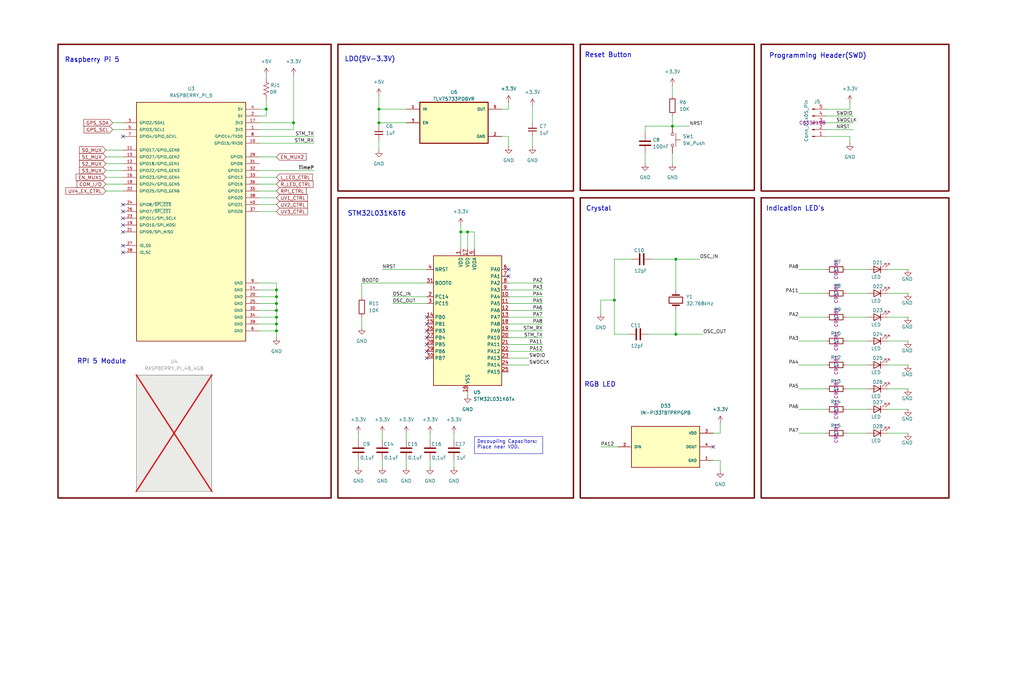
<source format=kicad_sch>
(kicad_sch (version 20250114) (generator "eeschema") (generator_version "9.0")
  (paper "User" 381 254)
  (lib_symbols
    (symbol "Connector:Conn_01x05_Pin" (pin_names (offset 1.016) (hide yes))
      (property "Reference" "J" (at 0 7.62 0))
      (property "Value" "Conn_01x05_Pin" (at 0 -7.62 0))
      (symbol "Conn_01x05_Pin_1_1"
        (pin passive line (at 5.08 5.08 180) (length 3.81) (name "Pin_1") (number "1"))
        (pin passive line (at 5.08 2.54 180) (length 3.81) (name "Pin_2") (number "2"))
        (pin passive line (at 5.08 0 180) (length 3.81) (name "Pin_3") (number "3"))
        (pin passive line (at 5.08 -2.54 180) (length 3.81) (name "Pin_4") (number "4"))
        (pin passive line (at 5.08 -5.08 180) (length 3.81) (name "Pin_5") (number "5"))
      )
    )
    (symbol "Device:C" (pin_numbers (hide yes)) (pin_names (offset 0.254))
      (property "Reference" "C" (at 0.635 2.54 0))
      (property "Value" "C" (at 0.635 -2.54 0))
      (symbol "C_1_1"
        (pin passive line (at 0 3.81 270) (length 2.794) (name "~") (number "1"))
        (pin passive line (at 0 -3.81 90) (length 2.794) (name "~") (number "2"))
      )
    )
    (symbol "Device:C_Small" (pin_numbers (hide yes)) (pin_names (offset 0.254) (hide yes))
      (property "Reference" "C" (at 0.254 1.778 0))
      (property "Value" "C_Small" (at 0.254 -2.032 0))
      (symbol "C_Small_1_1"
        (pin passive line (at 0 2.54 270) (length 2.032) (name "~") (number "1"))
        (pin passive line (at 0 -2.54 90) (length 2.032) (name "~") (number "2"))
      )
    )
    (symbol "Device:Crystal" (pin_numbers (hide yes)) (pin_names (offset 1.016) (hide yes))
      (property "Reference" "Y" (at 0 3.81 0))
      (property "Value" "Crystal" (at 0 -3.81 0))
      (symbol "Crystal_1_1"
        (pin passive line (at -3.81 0 0) (length 1.27) (name "1") (number "1"))
        (pin passive line (at 3.81 0 180) (length 1.27) (name "2") (number "2"))
      )
    )
    (symbol "Device:LED" (pin_numbers (hide yes)) (pin_names (offset 1.016) (hide yes))
      (property "Reference" "D" (at 0 2.54 0))
      (property "Value" "LED" (at 0 -2.54 0))
      (symbol "LED_1_1"
        (pin passive line (at -3.81 0 0) (length 2.54) (name "K") (number "1"))
        (pin passive line (at 3.81 0 180) (length 2.54) (name "A") (number "2"))
      )
    )
    (symbol "Device:R" (pin_numbers (hide yes)) (pin_names (offset 0))
      (property "Reference" "R" (at 2.032 0 90))
      (property "Value" "R" (at 0 0 90))
      (symbol "R_1_1"
        (pin passive line (at 0 3.81 270) (length 1.27) (name "~") (number "1"))
        (pin passive line (at 0 -3.81 90) (length 1.27) (name "~") (number "2"))
      )
    )
    (symbol "Device:R_US" (pin_numbers (hide yes)) (pin_names (offset 0))
      (property "Reference" "R" (at 2.54 0 90))
      (property "Value" "R_US" (at -2.54 0 90))
      (symbol "R_US_1_1"
        (pin passive line (at 0 3.81 270) (length 1.27) (name "~") (number "1"))
        (pin passive line (at 0 -3.81 90) (length 1.27) (name "~") (number "2"))
      )
    )
    (symbol "IN-PI33TBTPRPGPB:IN-PI33TBTPRPGPB" (pin_names (offset 1.016))
      (property "Reference" "D" (at -12.7 7.62 0))
      (property "Value" "IN-PI33TBTPRPGPB" (at -12.7 -10.16 0))
      (symbol "IN-PI33TBTPRPGPB_0_0"
        (pin input line (at -17.78 0 0) (length 5.08) (name "DIN") (number "2"))
        (pin power_in line (at 17.78 5.08 180) (length 5.08) (name "VDD") (number "3"))
        (pin output line (at 17.78 0 180) (length 5.08) (name "DOUT") (number "4"))
        (pin power_in line (at 17.78 -5.08 180) (length 5.08) (name "GND") (number "1"))
      )
    )
    (symbol "MCU_ST_STM32L0:STM32L031K6Tx"
      (property "Reference" "U" (at -12.7 26.67 0))
      (property "Value" "STM32L031K6Tx" (at 5.08 26.67 0))
      (symbol "STM32L031K6Tx_1_1"
        (pin input line (at -15.24 20.32 0) (length 2.54) (name "NRST") (number "4"))
        (pin input line (at -15.24 15.24 0) (length 2.54) (name "BOOT0") (number "31"))
        (pin bidirectional line (at -15.24 10.16 0) (length 2.54) (name "PC14") (number "2"))
        (pin bidirectional line (at -15.24 7.62 0) (length 2.54) (name "PC15") (number "3"))
        (pin bidirectional line (at -15.24 2.54 0) (length 2.54) (name "PB0") (number "14"))
        (pin bidirectional line (at -15.24 0 0) (length 2.54) (name "PB1") (number "15"))
        (pin bidirectional line (at -15.24 -2.54 0) (length 2.54) (name "PB3") (number "26"))
        (pin bidirectional line (at -15.24 -5.08 0) (length 2.54) (name "PB4") (number "27"))
        (pin bidirectional line (at -15.24 -7.62 0) (length 2.54) (name "PB5") (number "28"))
        (pin bidirectional line (at -15.24 -10.16 0) (length 2.54) (name "PB6") (number "29"))
        (pin bidirectional line (at -15.24 -12.7 0) (length 2.54) (name "PB7") (number "30"))
        (pin power_in line (at -2.54 27.94 270) (length 2.54) (name "VDD") (number "1"))
        (pin power_in line (at 0 27.94 270) (length 2.54) (name "VDD") (number "17"))
        (pin power_in line (at 0 -25.4 90) (length 2.54) (name "VSS") (number "16"))
        (pin passive line (at 0 -25.4 90) (length 2.54) (hide yes) (name "VSS") (number "32"))
        (pin power_in line (at 2.54 27.94 270) (length 2.54) (name "VDDA") (number "5"))
        (pin bidirectional line (at 15.24 20.32 180) (length 2.54) (name "PA0") (number "6"))
        (pin bidirectional line (at 15.24 17.78 180) (length 2.54) (name "PA1") (number "7"))
        (pin bidirectional line (at 15.24 15.24 180) (length 2.54) (name "PA2") (number "8"))
        (pin bidirectional line (at 15.24 12.7 180) (length 2.54) (name "PA3") (number "9"))
        (pin bidirectional line (at 15.24 10.16 180) (length 2.54) (name "PA4") (number "10"))
        (pin bidirectional line (at 15.24 7.62 180) (length 2.54) (name "PA5") (number "11"))
        (pin bidirectional line (at 15.24 5.08 180) (length 2.54) (name "PA6") (number "12"))
        (pin bidirectional line (at 15.24 2.54 180) (length 2.54) (name "PA7") (number "13"))
        (pin bidirectional line (at 15.24 0 180) (length 2.54) (name "PA8") (number "18"))
        (pin bidirectional line (at 15.24 -2.54 180) (length 2.54) (name "PA9") (number "19"))
        (pin bidirectional line (at 15.24 -5.08 180) (length 2.54) (name "PA10") (number "20"))
        (pin bidirectional line (at 15.24 -7.62 180) (length 2.54) (name "PA11") (number "21"))
        (pin bidirectional line (at 15.24 -10.16 180) (length 2.54) (name "PA12") (number "22"))
        (pin bidirectional line (at 15.24 -12.7 180) (length 2.54) (name "PA13") (number "23"))
        (pin bidirectional line (at 15.24 -15.24 180) (length 2.54) (name "PA14") (number "24"))
        (pin bidirectional line (at 15.24 -17.78 180) (length 2.54) (name "PA15") (number "25"))
      )
    )
    (symbol "RASPBERRY_PI_4B_4GB:RASPBERRY_PI_4B_4GB" (pin_names (offset 1.016))
      (property "Reference" "U1" (at 0 38.1 0))
      (property "Value" "RASPBERRY_PI_5" (at 0 35.56 0))
      (symbol "RASPBERRY_PI_4B_4GB_0_0"
        (pin bidirectional line (at -25.4 25.4 0) (length 5.08) (name "GPIO2/SDA1") (number "3"))
        (pin bidirectional line (at -25.4 22.86 0) (length 5.08) (name "GPIO3/SCL1") (number "5"))
        (pin bidirectional line (at -25.4 20.32 0) (length 5.08) (name "GPIO4/GPIO_GCKL") (number "7"))
        (pin bidirectional line (at -25.4 15.24 0) (length 5.08) (name "GPIO17/GPIO_GEN0") (number "11"))
        (pin bidirectional line (at -25.4 12.7 0) (length 5.08) (name "GPIO27/GPIO_GEN2") (number "13"))
        (pin bidirectional line (at -25.4 10.16 0) (length 5.08) (name "GPIO18/GPIO_GEN1") (number "12"))
        (pin bidirectional line (at -25.4 7.62 0) (length 5.08) (name "GPIO22/GPIO_GEN3") (number "15"))
        (pin bidirectional line (at -25.4 5.08 0) (length 5.08) (name "GPIO23/GPIO_GEN4") (number "16"))
        (pin bidirectional line (at -25.4 2.54 0) (length 5.08) (name "GPIO24/GPIO_GEN5") (number "18"))
        (pin bidirectional line (at -25.4 0 0) (length 5.08) (name "GPIO25/GPIO_GEN6") (number "22"))
        (pin bidirectional line (at -25.4 -5.08 0) (length 5.08) (name "GPIO8/~{SPI_CE0}") (number "24"))
        (pin bidirectional line (at -25.4 -7.62 0) (length 5.08) (name "GPIO7/~{SPI_CE1}") (number "26"))
        (pin bidirectional line (at -25.4 -10.16 0) (length 5.08) (name "GPIO11/SPI_SCLK") (number "23"))
        (pin bidirectional line (at -25.4 -12.7 0) (length 5.08) (name "GPIO10/SPI_MOSI") (number "19"))
        (pin bidirectional line (at -25.4 -15.24 0) (length 5.08) (name "GPIO9/SPI_MISO") (number "21"))
        (pin bidirectional line (at -25.4 -20.32 0) (length 5.08) (name "ID_SD") (number "27"))
        (pin bidirectional line (at -25.4 -22.86 0) (length 5.08) (name "ID_SC") (number "28"))
        (pin power_in line (at 25.4 30.48 180) (length 5.08) (name "5V") (number "4"))
        (pin power_in line (at 25.4 27.94 180) (length 5.08) (name "5V") (number "2"))
        (pin power_in line (at 25.4 25.4 180) (length 5.08) (name "3V3") (number "17"))
        (pin power_in line (at 25.4 22.86 180) (length 5.08) (name "3V3") (number "1"))
        (pin bidirectional line (at 25.4 20.32 180) (length 5.08) (name "GPIO14/TXD0") (number "8"))
        (pin bidirectional line (at 25.4 17.78 180) (length 5.08) (name "GPIO15/RXD0") (number "10"))
        (pin bidirectional line (at 25.4 12.7 180) (length 5.08) (name "GPIO5") (number "29"))
        (pin bidirectional line (at 25.4 10.16 180) (length 5.08) (name "GPIO6") (number "31"))
        (pin bidirectional line (at 25.4 7.62 180) (length 5.08) (name "GPIO12") (number "32"))
        (pin bidirectional line (at 25.4 5.08 180) (length 5.08) (name "GPIO13") (number "33"))
        (pin bidirectional line (at 25.4 2.54 180) (length 5.08) (name "GPIO16") (number "36"))
        (pin bidirectional line (at 25.4 0 180) (length 5.08) (name "GPIO19") (number "35"))
        (pin bidirectional line (at 25.4 -2.54 180) (length 5.08) (name "GPIO20") (number "38"))
        (pin bidirectional line (at 25.4 -5.08 180) (length 5.08) (name "GPIO21") (number "40"))
        (pin bidirectional line (at 25.4 -7.62 180) (length 5.08) (name "GPIO26") (number "37"))
        (pin power_in line (at 25.4 -34.29 180) (length 5.08) (name "GND") (number "9"))
        (pin power_in line (at 25.4 -36.83 180) (length 5.08) (name "GND") (number "14"))
        (pin power_in line (at 25.4 -39.37 180) (length 5.08) (name "GND") (number "20"))
        (pin power_in line (at 25.4 -41.91 180) (length 5.08) (name "GND") (number "25"))
        (pin power_in line (at 25.4 -44.45 180) (length 5.08) (name "GND") (number "30"))
        (pin power_in line (at 25.4 -46.99 180) (length 5.08) (name "GND") (number "34"))
        (pin power_in line (at 25.4 -49.53 180) (length 5.08) (name "GND") (number "39"))
        (pin power_in line (at 25.4 -52.07 180) (length 5.08) (name "GND") (number "6"))
      )
    )
    (symbol "RASPBERRY_PI_4B_4GB_1" (pin_names (offset 1.016))
      (property "Reference" "U4" (at 0 38.1 0))
      (property "Value" "RASPBERRY_PI_4B_4GB" (at 0 35.56 0))
    )
    (symbol "Switch:SW_Push" (pin_numbers (hide yes)) (pin_names (offset 1.016) (hide yes))
      (property "Reference" "SW7" (at -1.2701 3.81 90))
      (property "Value" "SW_Push" (at 1.2699 3.81 90))
      (symbol "SW_Push_1_1"
        (pin passive line (at -5.08 0 0) (length 2.54) (name "A") (number "A"))
        (pin passive line (at -5.08 0 0) (length 2.54) (name "B") (number "B"))
        (pin passive line (at 5.08 0 180) (length 2.54) (name "C") (number "C"))
        (pin passive line (at 5.08 0 180) (length 2.54) (name "D") (number "D"))
      )
    )
    (symbol "TLV75733PDBVR:TLV75733PDBVR" (pin_names (offset 1.016))
      (property "Reference" "U" (at -12.7 8.62 0))
      (property "Value" "TLV75733PDBVR" (at -12.7 -11.62 0))
      (symbol "TLV75733PDBVR_0_0"
        (pin input line (at -17.78 5.08 0) (length 5.08) (name "IN") (number "1"))
        (pin bidirectional line (at -17.78 0 0) (length 5.08) (name "EN") (number "3"))
        (pin output line (at 17.78 5.08 180) (length 5.08) (name "OUT") (number "5"))
        (pin power_in line (at 17.78 -5.08 180) (length 5.08) (name "GND") (number "2"))
      )
    )
    (symbol "power:+3.3V" (power) (pin_numbers (hide yes)) (pin_names (offset 0) (hide yes))
      (property "Value" "+3.3V" (at 0 3.556 0))
      (symbol "+3.3V_1_1"
        (pin power_in line (at 0 0 90) (length 0) (name "~") (number "1"))
      )
    )
    (symbol "power:+5V" (power) (pin_numbers (hide yes)) (pin_names (offset 0) (hide yes))
      (property "Value" "+5V" (at 0 3.556 0))
      (symbol "+5V_1_1"
        (pin power_in line (at 0 0 90) (length 0) (name "~") (number "1"))
      )
    )
    (symbol "power:GND" (power) (pin_numbers (hide yes)) (pin_names (offset 0) (hide yes))
      (property "Value" "GND" (at 0 -3.81 0))
      (symbol "GND_1_1"
        (pin power_in line (at 0 0 270) (length 0) (name "~") (number "1"))
      )
    )
  )
  (rectangle (start 215.9 73.66) (end 280.67 185.42) (stroke (width 0.508) (color 110 0 0 1)))
  (rectangle (start 125.73 16.51) (end 213.36 71.12) (stroke (width 0.508) (color 110 0 0 1)))
  (rectangle (start 283.21 16.51) (end 353.06 71.12) (stroke (width 0.508) (color 110 0 0 1)))
  (rectangle (start 21.59 16.51) (end 123.19 185.42) (stroke (width 0.508) (color 110 0 0 1)))
  (rectangle (start 215.9 16.51) (end 280.67 70.866) (stroke (width 0.508) (color 110 0 0 1)))
  (rectangle (start 283.21 73.66) (end 353.06 185.42) (stroke (width 0.508) (color 110 0 0 1)))
  (rectangle (start 125.73 73.66) (end 213.36 185.42) (stroke (width 0.508) (color 110 0 0 1)))
  (text "RGB LED" (at 223.266 143.256 0) (effects (font (size 1.778 1.778) (thickness 0.254) (bold yes))))
  (text "RPI 5 Module\n" (at 37.846 134.62 0) (effects (font (size 1.778 1.778) (thickness 0.254) (bold yes))))
  (text "Raspberry Pi 5" (at 34.29 22.352 0) (effects (font (size 1.778 1.778) (thickness 0.254) (bold yes))))
  (text "LDO(5V-3.3V)\n" (at 137.668 22.098 0) (effects (font (size 1.778 1.778) (thickness 0.254) (bold yes))))
  (text "STM32L031K6T6\n\n" (at 140.208 81.026 0) (effects (font (size 1.778 1.778) (thickness 0.254) (bold yes))))
  (text "Reset Button" (at 226.314 20.574 0) (effects (font (size 1.778 1.778) (thickness 0.254) (bold yes))))
  (text "Indication LED's\n" (at 295.91 77.724 0) (effects (font (size 1.778 1.778) (thickness 0.254) (bold yes))))
  (text "Programming Header(SWD)" (at 304.292 20.828 0) (effects (font (size 1.778 1.778) (thickness 0.254) (bold yes))))
  (text "Crystal" (at 222.758 77.724 0) (effects (font (size 1.778 1.778) (thickness 0.254) (bold yes))))
  (text_box "Decoupling Capacitors: Place near VDD." (at 176.53 162.56 0) (size 25.4 6.35) (margins 0.9525 0.9525 0.9525 0.9525) (effects (font (size 1.27 1.27)) (justify left top)))
  (junction (at 102.87 113.03))
  (junction (at 102.87 120.65))
  (junction (at 102.87 110.49))
  (junction (at 173.99 86.36))
  (junction (at 251.46 124.46))
  (junction (at 140.97 40.64))
  (junction (at 102.87 115.57))
  (junction (at 99.06 40.64))
  (junction (at 171.45 86.36))
  (junction (at 102.87 107.95))
  (junction (at 102.87 123.19))
  (junction (at 251.46 96.52))
  (junction (at 250.19 46.99))
  (junction (at 109.22 45.72))
  (junction (at 228.6 111.76))
  (junction (at 102.87 118.11))
  (junction (at 140.97 45.72))
  (no_connect (at 45.72 86.36))
  (no_connect (at 158.75 120.65))
  (no_connect (at 158.75 123.19))
  (no_connect (at 158.75 133.35))
  (no_connect (at 158.75 118.11))
  (no_connect (at 158.75 130.81))
  (no_connect (at 45.72 83.82))
  (no_connect (at 45.72 78.74))
  (no_connect (at 45.72 76.2))
  (no_connect (at 45.72 50.8))
  (no_connect (at 158.75 128.27))
  (no_connect (at 189.23 102.87))
  (no_connect (at 45.72 81.28))
  (no_connect (at 45.72 93.98))
  (no_connect (at 265.43 166.37))
  (no_connect (at 158.75 125.73))
  (no_connect (at 45.72 91.44))
  (no_connect (at 189.23 100.33))
  (wire (pts (xy 228.6 96.52) (xy 234.95 96.52)))
  (wire (pts (xy 96.52 78.74) (xy 102.87 78.74)))
  (wire (pts (xy 297.18 135.89) (xy 307.34 135.89)))
  (wire (pts (xy 316.23 40.64) (xy 307.34 40.64)))
  (wire (pts (xy 314.96 135.89) (xy 322.58 135.89)))
  (wire (pts (xy 102.87 118.11) (xy 102.87 120.65)))
  (wire (pts (xy 96.52 43.18) (xy 99.06 43.18)))
  (wire (pts (xy 171.45 86.36) (xy 171.45 83.82)))
  (wire (pts (xy 96.52 105.41) (xy 102.87 105.41)))
  (wire (pts (xy 250.19 57.15) (xy 250.19 60.96)))
  (wire (pts (xy 228.6 111.76) (xy 228.6 124.46)))
  (wire (pts (xy 330.2 161.29) (xy 337.82 161.29)))
  (wire (pts (xy 96.52 40.64) (xy 99.06 40.64)))
  (wire (pts (xy 240.03 57.15) (xy 240.03 60.96)))
  (wire (pts (xy 251.46 96.52) (xy 260.35 96.52)))
  (wire (pts (xy 96.52 53.34) (xy 116.84 53.34)))
  (wire (pts (xy 109.22 27.94) (xy 109.22 45.72)))
  (wire (pts (xy 134.62 118.11) (xy 134.62 121.92)))
  (wire (pts (xy 140.97 45.72) (xy 151.13 45.72)))
  (wire (pts (xy 314.96 127) (xy 322.58 127)))
  (wire (pts (xy 198.12 50.8) (xy 198.12 54.61)))
  (wire (pts (xy 96.52 63.5) (xy 116.84 63.5)))
  (wire (pts (xy 241.3 124.46) (xy 251.46 124.46)))
  (wire (pts (xy 140.97 52.07) (xy 140.97 55.88)))
  (wire (pts (xy 307.34 43.18) (xy 317.5 43.18)))
  (wire (pts (xy 314.96 109.22) (xy 322.58 109.22)))
  (wire (pts (xy 330.2 127) (xy 337.82 127)))
  (wire (pts (xy 96.52 113.03) (xy 102.87 113.03)))
  (wire (pts (xy 102.87 120.65) (xy 102.87 123.19)))
  (wire (pts (xy 186.69 50.8) (xy 189.23 50.8)))
  (wire (pts (xy 307.34 50.8) (xy 316.23 50.8)))
  (wire (pts (xy 189.23 135.89) (xy 196.85 135.89)))
  (wire (pts (xy 307.34 48.26) (xy 317.5 48.26)))
  (wire (pts (xy 314.96 161.29) (xy 322.58 161.29)))
  (wire (pts (xy 99.06 43.18) (xy 99.06 40.64)))
  (wire (pts (xy 330.2 109.22) (xy 337.82 109.22)))
  (wire (pts (xy 171.45 86.36) (xy 171.45 92.71)))
  (wire (pts (xy 160.02 171.45) (xy 160.02 173.99)))
  (wire (pts (xy 146.05 113.03) (xy 158.75 113.03)))
  (wire (pts (xy 140.97 45.72) (xy 140.97 46.99)))
  (wire (pts (xy 330.2 118.11) (xy 337.82 118.11)))
  (wire (pts (xy 102.87 105.41) (xy 102.87 107.95)))
  (wire (pts (xy 297.18 161.29) (xy 307.34 161.29)))
  (wire (pts (xy 102.87 123.19) (xy 102.87 125.73)))
  (wire (pts (xy 198.12 39.37) (xy 198.12 45.72)))
  (wire (pts (xy 146.05 110.49) (xy 158.75 110.49)))
  (wire (pts (xy 39.37 68.58) (xy 45.72 68.58)))
  (wire (pts (xy 330.2 100.33) (xy 337.82 100.33)))
  (wire (pts (xy 265.43 161.29) (xy 267.97 161.29)))
  (wire (pts (xy 267.97 157.48) (xy 267.97 161.29)))
  (wire (pts (xy 251.46 96.52) (xy 251.46 107.95)))
  (wire (pts (xy 250.19 46.99) (xy 256.54 46.99)))
  (wire (pts (xy 223.52 111.76) (xy 223.52 116.84)))
  (wire (pts (xy 265.43 171.45) (xy 267.97 171.45)))
  (wire (pts (xy 96.52 45.72) (xy 109.22 45.72)))
  (wire (pts (xy 109.22 45.72) (xy 109.22 48.26)))
  (wire (pts (xy 41.91 45.72) (xy 45.72 45.72)))
  (wire (pts (xy 314.96 118.11) (xy 322.58 118.11)))
  (wire (pts (xy 297.18 118.11) (xy 307.34 118.11)))
  (wire (pts (xy 96.52 66.04) (xy 102.87 66.04)))
  (wire (pts (xy 173.99 86.36) (xy 176.53 86.36)))
  (wire (pts (xy 223.52 111.76) (xy 228.6 111.76)))
  (wire (pts (xy 189.23 130.81) (xy 201.93 130.81)))
  (wire (pts (xy 96.52 71.12) (xy 102.87 71.12)))
  (wire (pts (xy 297.18 100.33) (xy 307.34 100.33)))
  (wire (pts (xy 240.03 49.53) (xy 240.03 46.99)))
  (wire (pts (xy 168.91 161.29) (xy 168.91 163.83)))
  (wire (pts (xy 250.19 31.75) (xy 250.19 35.56)))
  (wire (pts (xy 96.52 68.58) (xy 102.87 68.58)))
  (wire (pts (xy 223.52 166.37) (xy 229.87 166.37)))
  (wire (pts (xy 39.37 66.04) (xy 45.72 66.04)))
  (wire (pts (xy 96.52 58.42) (xy 102.87 58.42)))
  (wire (pts (xy 134.62 105.41) (xy 158.75 105.41)))
  (wire (pts (xy 39.37 60.96) (xy 45.72 60.96)))
  (wire (pts (xy 160.02 161.29) (xy 160.02 163.83)))
  (wire (pts (xy 96.52 110.49) (xy 102.87 110.49)))
  (wire (pts (xy 228.6 124.46) (xy 233.68 124.46)))
  (wire (pts (xy 168.91 171.45) (xy 168.91 173.99)))
  (wire (pts (xy 96.52 50.8) (xy 116.84 50.8)))
  (wire (pts (xy 316.23 50.8) (xy 316.23 53.34)))
  (wire (pts (xy 189.23 125.73) (xy 201.93 125.73)))
  (wire (pts (xy 96.52 115.57) (xy 102.87 115.57)))
  (wire (pts (xy 102.87 113.03) (xy 102.87 115.57)))
  (wire (pts (xy 242.57 96.52) (xy 251.46 96.52)))
  (wire (pts (xy 96.52 118.11) (xy 102.87 118.11)))
  (wire (pts (xy 201.93 110.49) (xy 189.23 110.49)))
  (wire (pts (xy 102.87 115.57) (xy 102.87 118.11)))
  (wire (pts (xy 251.46 124.46) (xy 261.62 124.46)))
  (wire (pts (xy 39.37 63.5) (xy 45.72 63.5)))
  (wire (pts (xy 140.97 35.56) (xy 140.97 40.64)))
  (wire (pts (xy 133.35 171.45) (xy 133.35 173.99)))
  (wire (pts (xy 142.24 171.45) (xy 142.24 173.99)))
  (wire (pts (xy 201.93 128.27) (xy 189.23 128.27)))
  (wire (pts (xy 201.93 120.65) (xy 189.23 120.65)))
  (wire (pts (xy 297.18 127) (xy 307.34 127)))
  (wire (pts (xy 189.23 123.19) (xy 201.93 123.19)))
  (wire (pts (xy 134.62 110.49) (xy 134.62 105.41)))
  (wire (pts (xy 102.87 110.49) (xy 102.87 113.03)))
  (wire (pts (xy 102.87 107.95) (xy 102.87 110.49)))
  (wire (pts (xy 133.35 161.29) (xy 133.35 163.83)))
  (wire (pts (xy 201.93 118.11) (xy 189.23 118.11)))
  (wire (pts (xy 189.23 133.35) (xy 196.85 133.35)))
  (wire (pts (xy 99.06 40.64) (xy 99.06 36.83)))
  (wire (pts (xy 189.23 40.64) (xy 189.23 38.1)))
  (wire (pts (xy 314.96 144.78) (xy 322.58 144.78)))
  (wire (pts (xy 297.18 152.4) (xy 307.34 152.4)))
  (wire (pts (xy 201.93 113.03) (xy 189.23 113.03)))
  (wire (pts (xy 142.24 100.33) (xy 158.75 100.33)))
  (wire (pts (xy 240.03 46.99) (xy 250.19 46.99)))
  (wire (pts (xy 109.22 48.26) (xy 96.52 48.26)))
  (wire (pts (xy 189.23 50.8) (xy 189.23 54.61)))
  (wire (pts (xy 330.2 152.4) (xy 337.82 152.4)))
  (wire (pts (xy 96.52 120.65) (xy 102.87 120.65)))
  (wire (pts (xy 316.23 38.1) (xy 316.23 40.64)))
  (wire (pts (xy 140.97 40.64) (xy 151.13 40.64)))
  (wire (pts (xy 228.6 96.52) (xy 228.6 111.76)))
  (wire (pts (xy 201.93 115.57) (xy 189.23 115.57)))
  (wire (pts (xy 330.2 144.78) (xy 337.82 144.78)))
  (wire (pts (xy 142.24 161.29) (xy 142.24 163.83)))
  (wire (pts (xy 39.37 55.88) (xy 45.72 55.88)))
  (wire (pts (xy 173.99 146.05) (xy 173.99 147.32)))
  (wire (pts (xy 140.97 40.64) (xy 140.97 45.72)))
  (wire (pts (xy 176.53 86.36) (xy 176.53 92.71)))
  (wire (pts (xy 297.18 109.22) (xy 307.34 109.22)))
  (wire (pts (xy 201.93 105.41) (xy 189.23 105.41)))
  (wire (pts (xy 96.52 73.66) (xy 102.87 73.66)))
  (wire (pts (xy 173.99 86.36) (xy 173.99 92.71)))
  (wire (pts (xy 251.46 115.57) (xy 251.46 124.46)))
  (wire (pts (xy 201.93 107.95) (xy 189.23 107.95)))
  (wire (pts (xy 314.96 100.33) (xy 322.58 100.33)))
  (wire (pts (xy 99.06 29.21) (xy 99.06 27.94)))
  (wire (pts (xy 151.13 161.29) (xy 151.13 163.83)))
  (wire (pts (xy 186.69 40.64) (xy 189.23 40.64)))
  (wire (pts (xy 96.52 107.95) (xy 102.87 107.95)))
  (wire (pts (xy 314.96 152.4) (xy 322.58 152.4)))
  (wire (pts (xy 41.91 48.26) (xy 45.72 48.26)))
  (wire (pts (xy 307.34 45.72) (xy 317.5 45.72)))
  (wire (pts (xy 330.2 135.89) (xy 337.82 135.89)))
  (wire (pts (xy 151.13 171.45) (xy 151.13 173.99)))
  (wire (pts (xy 39.37 71.12) (xy 45.72 71.12)))
  (wire (pts (xy 171.45 86.36) (xy 173.99 86.36)))
  (wire (pts (xy 267.97 171.45) (xy 267.97 175.26)))
  (wire (pts (xy 96.52 76.2) (xy 102.87 76.2)))
  (wire (pts (xy 39.37 58.42) (xy 45.72 58.42)))
  (wire (pts (xy 96.52 123.19) (xy 102.87 123.19)))
  (wire (pts (xy 297.18 144.78) (xy 307.34 144.78)))
  (wire (pts (xy 250.19 43.18) (xy 250.19 46.99)))
  (label "PA2" (at 201.93 105.41 180))
  (label "TimeP" (at 116.84 63.5 180))
  (label "OSC_IN" (at 260.35 96.52 0))
  (label "SWDIO" (at 196.85 133.35 0))
  (label "NRST" (at 311.15 48.26 0))
  (label "PA7" (at 201.93 118.11 180))
  (label "PA3" (at 297.18 127 180))
  (label "PA4" (at 201.93 110.49 180))
  (label "PA12" (at 223.52 166.37 0))
  (label "PA11" (at 297.18 109.22 180))
  (label "NRST" (at 142.24 100.33 0))
  (label "STM_TX" (at 116.84 50.8 180))
  (label "PA3" (at 201.93 107.95 180))
  (label "PA2" (at 297.18 118.11 180))
  (label "STM_TX" (at 201.93 125.73 180))
  (label "PA11" (at 201.93 128.27 180))
  (label "SWDCLK" (at 196.85 135.89 0))
  (label "OSC_IN" (at 146.05 110.49 0))
  (label "PA12" (at 201.93 130.81 180))
  (label "PA8" (at 297.18 100.33 180))
  (label "PA6" (at 201.93 115.57 180))
  (label "PA6" (at 297.18 152.4 180))
  (label "PA7" (at 297.18 161.29 180))
  (label "NRST" (at 256.54 46.99 0))
  (label "SWDCLK" (at 311.15 45.72 0))
  (label "PA4" (at 297.18 135.89 180))
  (label "OSC_OUT" (at 261.62 124.46 0))
  (label "TimeP" (at 116.84 63.5 180))
  (label "OSC_OUT" (at 146.05 113.03 0))
  (label "BOOT0" (at 134.62 105.41 0))
  (label "PA5" (at 297.18 144.78 180))
  (label "SWDIO" (at 311.15 43.18 0))
  (label "STM_RX" (at 201.93 123.19 180))
  (label "STM_RX" (at 116.84 53.34 180))
  (label "PA5" (at 201.93 113.03 180))
  (label "PA8" (at 201.93 120.65 180))
  (global_label "S1_MUX" (shape input) (at 39.37 58.42 180) (property "Intersheetrefs" "${INTERSHEET_REFS}" (effects (hide yes))))
  (global_label "S0_MUX" (shape input) (at 39.37 55.88 180) (property "Intersheetrefs" "${INTERSHEET_REFS}" (effects (hide yes))))
  (global_label "S2_MUX" (shape input) (at 39.37 60.96 180) (property "Intersheetrefs" "${INTERSHEET_REFS}" (effects (hide yes))))
  (global_label "EN_MUX1" (shape input) (at 39.37 66.04 180) (property "Intersheetrefs" "${INTERSHEET_REFS}" (effects (hide yes))))
  (global_label "UV1_CTRL" (shape input) (at 102.87 73.66 0) (property "Intersheetrefs" "${INTERSHEET_REFS}" (effects (hide yes))))
  (global_label "UV4_EX_CTRL" (shape input) (at 39.37 71.12 180) (property "Intersheetrefs" "${INTERSHEET_REFS}" (effects (hide yes))))
  (global_label "RPI_CTRL" (shape input) (at 102.87 71.12 0) (property "Intersheetrefs" "${INTERSHEET_REFS}" (effects (hide yes))))
  (global_label "UV3_CTRL" (shape input) (at 102.87 78.74 0) (property "Intersheetrefs" "${INTERSHEET_REFS}" (effects (hide yes))))
  (global_label "L_LED_CTRL" (shape input) (at 102.87 66.04 0) (property "Intersheetrefs" "${INTERSHEET_REFS}" (effects (hide yes))))
  (global_label "COM_I{slash}O" (shape input) (at 39.37 68.58 180) (property "Intersheetrefs" "${INTERSHEET_REFS}" (effects (hide yes))))
  (global_label "S3_MUX" (shape input) (at 39.37 63.5 180) (property "Intersheetrefs" "${INTERSHEET_REFS}" (effects (hide yes))))
  (global_label "UV2_CTRL" (shape input) (at 102.87 76.2 0) (property "Intersheetrefs" "${INTERSHEET_REFS}" (effects (hide yes))))
  (global_label "GPS_SDA" (shape input) (at 41.91 45.72 180) (property "Intersheetrefs" "${INTERSHEET_REFS}" (effects (hide yes))))
  (global_label "EN_MUX2" (shape input) (at 102.87 58.42 0) (property "Intersheetrefs" "${INTERSHEET_REFS}" (effects (hide yes))))
  (global_label "R_LED_CTRL" (shape input) (at 102.87 68.58 0) (property "Intersheetrefs" "${INTERSHEET_REFS}" (effects (hide yes))))
  (global_label "GPS_SCL" (shape input) (at 41.91 48.26 180) (property "Intersheetrefs" "${INTERSHEET_REFS}" (effects (hide yes))))
  (symbol (lib_id "power:GND") (at 337.82 135.89 0) (mirror y) (unit 1)
    (property "Reference" "#PWR035" (effects (hide yes)))
    (property "Value" "GND" (at 337.566 139.446 0))
    (property "Description" "Power symbol creates a global label with name \"GND\" , ground" (effects (hide yes)))
  )
  (symbol (lib_id "power:GND") (at 142.24 173.99 0) (unit 1)
    (property "Reference" "#PWR095" (effects (hide yes)))
    (property "Value" "GND" (at 142.24 179.07 0))
    (property "Description" "Power symbol creates a global label with name \"GND\" , ground" (effects (hide yes)))
  )
  (symbol (lib_id "Device:LED") (at 326.39 152.4 180) (unit 1)
    (property "Reference" "D27" (at 324.612 149.86 0) (effects (justify right)))
    (property "Value" "LED" (at 324.104 155.194 0) (effects (justify right)))
    (property "Footprint" "LED_SMD:LED_0805_2012Metric" (effects (hide yes)))
    (property "Description" "Light emitting diode" (effects (hide yes)))
    (property "Sim.Pins" "1=K 2=A" (effects (hide yes)))
    (property "Digikey Part No" "754-1127-2-ND" (effects (hide yes)))
    (property "LCSC Part no " "C5875740" (effects (hide yes)))
  )
  (symbol (lib_id "Device:C") (at 142.24 167.64 180) (unit 1)
    (property "Reference" "C14" (at 146.558 165.354 0) (effects (justify left)))
    (property "Value" "0.1uF" (at 148.336 170.434 0) (effects (justify left)))
    (property "Footprint" "Capacitor_SMD:C_0805_2012Metric" (effects (hide yes)))
    (property "Description" "Unpolarized capacitor" (effects (hide yes)))
    (property "Digikey Part No" "311-1140-2-ND" (effects (hide yes)))
    (property "LCSC Part no " "C49678" (effects (hide yes)))
  )
  (symbol (lib_id "Device:LED") (at 326.39 161.29 180) (unit 1)
    (property "Reference" "D28" (at 324.612 158.75 0) (effects (justify right)))
    (property "Value" "LED" (at 324.104 164.084 0) (effects (justify right)))
    (property "Footprint" "LED_SMD:LED_0805_2012Metric" (effects (hide yes)))
    (property "Description" "Light emitting diode" (effects (hide yes)))
    (property "Sim.Pins" "1=K 2=A" (effects (hide yes)))
    (property "Digikey Part No" "754-1127-2-ND" (effects (hide yes)))
    (property "LCSC Part no " "C5875740" (effects (hide yes)))
  )
  (symbol (lib_id "power:GND") (at 337.82 161.29 0) (mirror y) (unit 1)
    (property "Reference" "#PWR041" (effects (hide yes)))
    (property "Value" "GND" (at 337.566 164.846 0))
    (property "Description" "Power symbol creates a global label with name \"GND\" , ground" (effects (hide yes)))
  )
  (symbol (lib_id "power:GND") (at 140.97 55.88 0) (unit 1)
    (property "Reference" "#PWR022" (effects (hide yes)))
    (property "Value" "GND" (at 140.97 60.96 0))
    (property "Description" "Power symbol creates a global label with name \"GND\" , ground" (effects (hide yes)))
  )
  (symbol (lib_id "Device:C_Small") (at 198.12 48.26 180) (unit 1)
    (property "Reference" "C7" (at 200.66 46.9835 0) (effects (justify right)))
    (property "Value" "1uF" (at 200.66 49.5235 0) (effects (justify right)))
    (property "Footprint" "Capacitor_SMD:C_0805_2012Metric" (effects (hide yes)))
    (property "Description" "Unpolarized capacitor, small symbol" (effects (hide yes)))
    (property "Digikey Part No" "CL21B105KBFNNNE" (effects (hide yes)))
    (property "LCSC Part no " "C28323" (effects (hide yes)))
  )
  (symbol (lib_id "Device:R") (at 311.15 135.89 90) (unit 1)
    (property "Reference" "R12" (at 312.928 133.096 90) (effects (justify left)))
    (property "Value" "1k" (at 312.42 135.89 90) (effects (justify left)))
    (property "Footprint" "Resistor_SMD:R_0805_2012Metric" (effects (hide yes)))
    (property "Description" "Resistor" (effects (hide yes)))
    (property "Digikey Part No" "311-1.00KCRTR-ND" (effects (hide yes)))
    (property "LCSC Part no " "C95781" (at 311.15 135.89 0))
  )
  (symbol (lib_id "power:GND") (at 189.23 54.61 0) (unit 1)
    (property "Reference" "#PWR023" (effects (hide yes)))
    (property "Value" "GND" (at 189.23 59.69 0))
    (property "Description" "Power symbol creates a global label with name \"GND\" , ground" (effects (hide yes)))
  )
  (symbol (lib_id "power:+3.3V") (at 133.35 161.29 0) (unit 1)
    (property "Reference" "#PWR090" (effects (hide yes)))
    (property "Value" "+3.3V" (at 133.35 156.21 0))
    (property "Description" "Power symbol creates a global label with name \"+3.3V\"" (effects (hide yes)))
  )
  (symbol (lib_id "power:+3.3V") (at 142.24 161.29 0) (unit 1)
    (property "Reference" "#PWR091" (effects (hide yes)))
    (property "Value" "+3.3V" (at 142.24 156.21 0))
    (property "Description" "Power symbol creates a global label with name \"+3.3V\"" (effects (hide yes)))
  )
  (symbol (lib_id "Device:R") (at 311.15 109.22 90) (unit 1)
    (property "Reference" "R8" (at 312.928 106.426 90) (effects (justify left)))
    (property "Value" "1k" (at 312.42 109.22 90) (effects (justify left)))
    (property "Footprint" "Resistor_SMD:R_0805_2012Metric" (effects (hide yes)))
    (property "Description" "Resistor" (effects (hide yes)))
    (property "Digikey Part No" "311-1.00KCRTR-ND" (effects (hide yes)))
    (property "LCSC Part no " "C95781" (at 311.15 109.22 0))
  )
  (symbol (lib_id "power:GND") (at 337.82 144.78 0) (mirror y) (unit 1)
    (property "Reference" "#PWR038" (effects (hide yes)))
    (property "Value" "GND" (at 337.566 148.336 0))
    (property "Description" "Power symbol creates a global label with name \"GND\" , ground" (effects (hide yes)))
  )
  (symbol (lib_id "Switch:SW_Push") (at 250.19 52.07 270) (unit 1)
    (property "Reference" "SW1" (at 254 50.7999 90) (effects (justify left)))
    (property "Value" "SW_Push" (at 254 53.3399 90) (effects (justify left)))
    (property "Footprint" "TS-1187A-B-A-B:SW_TS-1187A-B-A-B" (effects (hide yes)))
    (property "Description" "Push button switch, generic, two pins" (effects (hide yes)))
    (property "LCSC Part no " "C318884" (effects (hide yes)))
  )
  (symbol (lib_id "power:GND") (at 198.12 54.61 0) (unit 1)
    (property "Reference" "#PWR024" (effects (hide yes)))
    (property "Value" "GND" (at 198.12 59.69 0))
    (property "Description" "Power symbol creates a global label with name \"GND\" , ground" (effects (hide yes)))
  )
  (symbol (lib_id "power:+3.3V") (at 151.13 161.29 0) (unit 1)
    (property "Reference" "#PWR030" (effects (hide yes)))
    (property "Value" "+3.3V" (at 151.13 156.21 0))
    (property "Description" "Power symbol creates a global label with name \"+3.3V\"" (effects (hide yes)))
  )
  (symbol (lib_id "Device:C") (at 151.13 167.64 180) (unit 1)
    (property "Reference" "C15" (at 155.448 165.354 0) (effects (justify left)))
    (property "Value" "0.1uF" (at 157.226 170.434 0) (effects (justify left)))
    (property "Footprint" "Capacitor_SMD:C_0805_2012Metric" (effects (hide yes)))
    (property "Description" "Unpolarized capacitor" (effects (hide yes)))
    (property "Digikey Part No" "311-1140-2-ND" (effects (hide yes)))
    (property "LCSC Part no " "C49678" (effects (hide yes)))
  )
  (symbol (lib_id "Device:R") (at 134.62 114.3 0) (unit 1)
    (property "Reference" "R11" (at 137.16 113.0299 0) (effects (justify left)))
    (property "Value" "10K" (at 137.16 115.5699 0) (effects (justify left)))
    (property "Footprint" "Resistor_SMD:R_0805_2012Metric" (effects (hide yes)))
    (property "Description" "Resistor" (effects (hide yes)))
    (property "Digikey Part No" "RR12P10.0KDTR-ND" (effects (hide yes)))
    (property "LCSC Part no " "C84376" (effects (hide yes)))
  )
  (symbol (lib_id "power:GND") (at 337.82 152.4 0) (mirror y) (unit 1)
    (property "Reference" "#PWR039" (effects (hide yes)))
    (property "Value" "GND" (at 337.566 155.956 0))
    (property "Description" "Power symbol creates a global label with name \"GND\" , ground" (effects (hide yes)))
  )
  (symbol (lib_id "Device:LED") (at 326.39 100.33 180) (unit 1)
    (property "Reference" "D21" (at 324.612 97.79 0) (effects (justify right)))
    (property "Value" "LED" (at 324.104 103.124 0) (effects (justify right)))
    (property "Footprint" "LED_SMD:LED_0805_2012Metric" (effects (hide yes)))
    (property "Description" "Light emitting diode" (effects (hide yes)))
    (property "Sim.Pins" "1=K 2=A" (effects (hide yes)))
    (property "Digikey Part No" "754-1127-2-ND" (effects (hide yes)))
    (property "LCSC Part no " "C5875740" (effects (hide yes)))
  )
  (symbol (lib_id "IN-PI33TBTPRPGPB:IN-PI33TBTPRPGPB") (at 247.65 166.37 0) (unit 1)
    (property "Reference" "D33" (at 247.65 151.13 0))
    (property "Value" "IN-PI33TBTPRPGPB" (at 247.65 153.67 0))
    (property "Footprint" "IN-PI33TBTPRPGPB:LED_IN-PI33TBTPRPGPB" (effects (hide yes)))
    (property "Description" "Addressable Lighting series 1 LED Discrete Serial (Shift Register) Red, Green, Blue (RGB) 3.50mm L x 3.50mm W" (effects (hide yes)))
    (property "MP" "IN-PI33TBTPRPGPB" (effects (hide yes)))
    (property "Digikey Part No" "1830-1208-2-ND" (effects (hide yes)))
    (property "LCSC Part no " "C527089" (effects (hide yes)))
  )
  (symbol (lib_id "MCU_ST_STM32L0:STM32L031K6Tx") (at 173.99 120.65 0) (unit 1)
    (property "Reference" "U5" (at 176.1333 146.05 0) (effects (justify left)))
    (property "Value" "STM32L031K6Tx" (at 176.1333 148.59 0) (effects (justify left)))
    (property "Footprint" "Package_QFP:LQFP-32_7x7mm_P0.8mm" (effects (hide yes)))
    (property "Datasheet" "https://www.st.com/resource/en/datasheet/stm32l031k6.pdf" (effects (hide yes)))
    (property "Description" "STMicroelectronics Arm Cortex-M0+ MCU, 32KB flash, 8KB RAM, 32 MHz, 1.65-3.6V, 25 GPIO, LQFP32" (effects (hide yes)))
    (property "LCSC Part no " "C94085" (effects (hide yes)))
  )
  (symbol (lib_id "power:GND") (at 102.87 125.73 0) (unit 1)
    (property "Reference" "#PWR037" (effects (hide yes)))
    (property "Value" "GND" (at 102.87 130.81 0))
    (property "Description" "Power symbol creates a global label with name \"GND\" , ground" (effects (hide yes)))
  )
  (symbol (lib_id "power:GND") (at 337.82 118.11 0) (mirror y) (unit 1)
    (property "Reference" "#PWR032" (effects (hide yes)))
    (property "Value" "GND" (at 337.566 121.666 0))
    (property "Description" "Power symbol creates a global label with name \"GND\" , ground" (effects (hide yes)))
  )
  (symbol (lib_id "power:GND") (at 250.19 60.96 0) (unit 1)
    (property "Reference" "#PWR027" (effects (hide yes)))
    (property "Value" "GND" (at 250.19 66.04 0))
    (property "Description" "Power symbol creates a global label with name \"GND\" , ground" (effects (hide yes)))
  )
  (symbol (lib_id "power:+5V") (at 99.06 27.94 0) (unit 1)
    (property "Reference" "#PWR018" (effects (hide yes)))
    (property "Value" "+5V" (at 99.06 22.86 0))
    (property "Description" "Power symbol creates a global label with name \"+5V\"" (effects (hide yes)))
  )
  (symbol (lib_id "RASPBERRY_PI_4B_4GB:RASPBERRY_PI_4B_4GB") (at 71.12 71.12 0) (unit 1)
    (property "Reference" "U3" (at 71.12 33.02 0))
    (property "Value" "RASPBERRY_PI_5" (at 71.12 35.56 0))
    (property "Footprint" "Connector_PinHeader_2.54mm:PinHeader_2x20_P2.54mm_Vertical" (effects (hide yes)))
    (property "MF" "Raspberry Pi" (effects (hide yes)))
    (property "LCSC Part no " "C5224014" (effects (hide yes)))
  )
  (symbol (lib_id "power:GND") (at 168.91 173.99 0) (unit 1)
    (property "Reference" "#PWR098" (effects (hide yes)))
    (property "Value" "GND" (at 168.91 179.07 0))
    (property "Description" "Power symbol creates a global label with name \"GND\" , ground" (effects (hide yes)))
  )
  (symbol (lib_id "power:GND") (at 133.35 173.99 0) (unit 1)
    (property "Reference" "#PWR094" (effects (hide yes)))
    (property "Value" "GND" (at 133.35 179.07 0))
    (property "Description" "Power symbol creates a global label with name \"GND\" , ground" (effects (hide yes)))
  )
  (symbol (lib_id "TLV75733PDBVR:TLV75733PDBVR") (at 168.91 45.72 0) (unit 1)
    (property "Reference" "U6" (at 168.91 34.29 0))
    (property "Value" "TLV75733PDBVR" (at 168.91 36.83 0))
    (property "Footprint" "TLV75733PDBVR:SOT95P280X145-5N" (effects (hide yes)))
    (property "SnapEDA_Link" "https://www.snapeda.com/parts/TLV75733PDBVR/Texas+Instruments/view-part/?ref=snap" (effects (hide yes)))
    (property "Description_1" "1-A, low-IQ high-accuracy low-dropout (LDO) voltage regulator with enable" (effects (hide yes)))
    (property "MF" "Texas Instruments" (effects (hide yes)))
    (property "Package" "SOT-23-5 Texas Instruments" (effects (hide yes)))
    (property "Check_prices" "https://www.snapeda.com/parts/TLV75733PDBVR/Texas+Instruments/view-part/?ref=eda" (effects (hide yes)))
    (property "MP" "TLV75733PDBVR" (effects (hide yes)))
    (property "Digikey Part No" "296-50414-2-ND" (effects (hide yes)))
    (property "LCSC Part no " "C485517" (effects (hide yes)))
  )
  (symbol (lib_id "power:+3.3V") (at 109.22 27.94 0) (unit 1)
    (property "Reference" "#PWR019" (effects (hide yes)))
    (property "Value" "+3.3V" (at 109.22 22.86 0))
    (property "Description" "Power symbol creates a global label with name \"+3.3V\"" (effects (hide yes)))
  )
  (symbol (lib_name "RASPBERRY_PI_4B_4GB_1") (lib_id "RASPBERRY_PI_4B_4GB:RASPBERRY_PI_4B_4GB") (at 64.77 172.72 0) (unit 1) (dnp yes)
    (property "Reference" "U4" (at 64.77 134.62 0))
    (property "Value" "RASPBERRY_PI_4B_4GB" (at 64.77 137.16 0))
    (property "Footprint" "RASPBERRY_PI_4B_4GB:MODULE_RASPBERRY_PI_4B_4GB" (effects (hide yes)))
    (property "MF" "Raspberry Pi" (effects (hide yes)))
    (property "MAXIMUM_PACKAGE_HEIGHT" "16 mm" (effects (hide yes)))
    (property "Package" "None" (effects (hide yes)))
    (property "Price" "None" (effects (hide yes)))
    (property "Check_prices" "https://www.snapeda.com/parts/RASPBERRY%20PI%204B/4GB/Raspberry+Pi/view-part/?ref=eda" (effects (hide yes)))
    (property "STANDARD" "Manufacturer Recommendations" (effects (hide yes)))
    (property "PARTREV" "4" (effects (hide yes)))
    (property "SnapEDA_Link" "https://www.snapeda.com/parts/RASPBERRY%20PI%204B/4GB/Raspberry+Pi/view-part/?ref=snap" (effects (hide yes)))
    (property "MP" "RASPBERRY PI 4B/4GB" (effects (hide yes)))
    (property "Description_1" "BCM2711 Raspberry Pi 4 Model B 4GB - ARM® Cortex®-A72 MPU Embedded Evaluation Board" (effects (hide yes)))
    (property "Digikey Part No" "SC1113" (effects (hide yes)))
    (property "Availability" "Not in stock" (effects (hide yes)))
    (property "SNAPEDA_PN" "RASPBERRY PI 4B/4GB" (effects (hide yes)))
  )
  (symbol (lib_id "Device:R") (at 311.15 127 90) (unit 1)
    (property "Reference" "R10" (at 312.928 124.206 90) (effects (justify left)))
    (property "Value" "1k" (at 312.42 127 90) (effects (justify left)))
    (property "Footprint" "Resistor_SMD:R_0805_2012Metric" (effects (hide yes)))
    (property "Description" "Resistor" (effects (hide yes)))
    (property "Digikey Part No" "311-1.00KCRTR-ND" (effects (hide yes)))
    (property "LCSC Part no " "C95781" (at 311.15 127 0))
  )
  (symbol (lib_id "power:GND") (at 160.02 173.99 0) (unit 1)
    (property "Reference" "#PWR097" (effects (hide yes)))
    (property "Value" "GND" (at 160.02 179.07 0))
    (property "Description" "Power symbol creates a global label with name \"GND\" , ground" (effects (hide yes)))
  )
  (symbol (lib_id "Device:C") (at 168.91 167.64 180) (unit 1)
    (property "Reference" "C17" (at 173.228 165.354 0) (effects (justify left)))
    (property "Value" "1uF" (at 173.482 170.434 0) (effects (justify left)))
    (property "Footprint" "Capacitor_SMD:C_0805_2012Metric" (effects (hide yes)))
    (property "Description" "Unpolarized capacitor" (effects (hide yes)))
    (property "Digikey Part No" "CL21B105KBFNNNE" (effects (hide yes)))
    (property "LCSC Part no " "C28323" (effects (hide yes)))
  )
  (symbol (lib_id "Device:LED") (at 326.39 109.22 180) (unit 1)
    (property "Reference" "D22" (at 324.612 106.68 0) (effects (justify right)))
    (property "Value" "LED" (at 324.104 112.014 0) (effects (justify right)))
    (property "Footprint" "LED_SMD:LED_0805_2012Metric" (effects (hide yes)))
    (property "Description" "Light emitting diode" (effects (hide yes)))
    (property "Sim.Pins" "1=K 2=A" (effects (hide yes)))
    (property "Digikey Part No" "754-1127-2-ND" (effects (hide yes)))
    (property "LCSC Part no " "C5875740" (effects (hide yes)))
  )
  (symbol (lib_id "Device:C") (at 237.49 124.46 90) (unit 1)
    (property "Reference" "C11" (at 238.506 121.158 90) (effects (justify left)))
    (property "Value" "12pF" (at 239.522 128.778 90) (effects (justify left)))
    (property "Footprint" "Capacitor_SMD:C_0805_2012Metric" (effects (hide yes)))
    (property "Description" "Unpolarized capacitor" (effects (hide yes)))
    (property "Digikey Part No" "600F120JT250XT4K" (effects (hide yes)))
    (property "LCSC Part no " "C1792" (effects (hide yes)))
  )
  (symbol (lib_id "Device:Crystal") (at 251.46 111.76 90) (unit 1)
    (property "Reference" "Y1" (at 255.27 110.4899 90) (effects (justify right)))
    (property "Value" "32.768kHz" (at 255.27 113.0299 90) (effects (justify right)))
    (property "Footprint" "Crystal:Crystal_SMD_3215-2Pin_3.2x1.5mm" (effects (hide yes)))
    (property "Description" "Two pin crystal" (effects (hide yes)))
    (property "Digikey Part No" "FC-135 32.7680KA-AC0" (effects (hide yes)))
    (property "LCSC Part no " "C99010" (effects (hide yes)))
  )
  (symbol (lib_id "Device:C_Small") (at 140.97 49.53 180) (unit 1)
    (property "Reference" "C6" (at 143.51 46.9835 0) (effects (justify right)))
    (property "Value" "1uF" (at 143.51 49.5235 0) (effects (justify right)))
    (property "Footprint" "Capacitor_SMD:C_0805_2012Metric" (effects (hide yes)))
    (property "Description" "Unpolarized capacitor, small symbol" (effects (hide yes)))
    (property "Digikey Part No" "CL21B105KBFNNNE" (effects (hide yes)))
    (property "LCSC Part no " "C28323" (effects (hide yes)))
  )
  (symbol (lib_id "Connector:Conn_01x05_Pin") (at 302.26 45.72 0) (mirror x) (unit 1)
    (property "Reference" "J5" (at 304.038 37.846 0))
    (property "Value" "Conn_01x05_Pin" (at 299.974 44.958 90))
    (property "Footprint" "Connector_PinHeader_2.54mm:PinHeader_1x05_P2.54mm_Vertical" (effects (hide yes)))
    (property "Description" "Generic connector, single row, 01x05, script generated" (effects (hide yes)))
    (property "LCSC Part no " "C6332198" (at 302.26 45.72 0))
  )
  (symbol (lib_id "power:GND") (at 151.13 173.99 0) (unit 1)
    (property "Reference" "#PWR096" (effects (hide yes)))
    (property "Value" "GND" (at 151.13 179.07 0))
    (property "Description" "Power symbol creates a global label with name \"GND\" , ground" (effects (hide yes)))
  )
  (symbol (lib_id "power:+5V") (at 140.97 35.56 0) (unit 1)
    (property "Reference" "#PWR020" (effects (hide yes)))
    (property "Value" "+5V" (at 140.97 30.48 0))
    (property "Description" "Power symbol creates a global label with name \"+5V\"" (effects (hide yes)))
  )
  (symbol (lib_id "power:+3.3V") (at 267.97 157.48 0) (unit 1)
    (property "Reference" "#PWR068" (effects (hide yes)))
    (property "Value" "+3.3V" (at 267.97 152.4 0))
    (property "Description" "Power symbol creates a global label with name \"+3.3V\"" (effects (hide yes)))
  )
  (symbol (lib_id "power:+3.3V") (at 168.91 161.29 0) (unit 1)
    (property "Reference" "#PWR093" (effects (hide yes)))
    (property "Value" "+3.3V" (at 168.91 156.21 0))
    (property "Description" "Power symbol creates a global label with name \"+3.3V\"" (effects (hide yes)))
  )
  (symbol (lib_id "power:GND") (at 240.03 60.96 0) (unit 1)
    (property "Reference" "#PWR026" (effects (hide yes)))
    (property "Value" "GND" (at 240.03 66.04 0))
    (property "Description" "Power symbol creates a global label with name \"GND\" , ground" (effects (hide yes)))
  )
  (symbol (lib_id "Device:R") (at 250.19 39.37 0) (unit 1)
    (property "Reference" "R6" (at 252.73 38.0999 0) (effects (justify left)))
    (property "Value" "10K" (at 252.73 40.6399 0) (effects (justify left)))
    (property "Footprint" "Resistor_SMD:R_0805_2012Metric" (effects (hide yes)))
    (property "Description" "Resistor" (effects (hide yes)))
    (property "Digikey Part No" "RR12P10.0KDTR-ND" (effects (hide yes)))
    (property "LCSC Part no " "C84376" (effects (hide yes)))
  )
  (symbol (lib_id "power:GND") (at 267.97 175.26 0) (mirror y) (unit 1)
    (property "Reference" "#PWR069" (effects (hide yes)))
    (property "Value" "GND" (at 267.97 180.34 0))
    (property "Description" "Power symbol creates a global label with name \"GND\" , ground" (effects (hide yes)))
  )
  (symbol (lib_id "Device:LED") (at 326.39 118.11 180) (unit 1)
    (property "Reference" "D23" (at 324.612 115.57 0) (effects (justify right)))
    (property "Value" "LED" (at 324.104 120.904 0) (effects (justify right)))
    (property "Footprint" "LED_SMD:LED_0805_2012Metric" (effects (hide yes)))
    (property "Description" "Light emitting diode" (effects (hide yes)))
    (property "Sim.Pins" "1=K 2=A" (effects (hide yes)))
    (property "Digikey Part No" "754-1127-2-ND" (effects (hide yes)))
    (property "LCSC Part no " "C5875740" (effects (hide yes)))
  )
  (symbol (lib_id "power:+3.3V") (at 316.23 38.1 0) (unit 1)
    (property "Reference" "#PWR017" (effects (hide yes)))
    (property "Value" "+3.3V" (at 316.23 33.02 0))
    (property "Description" "Power symbol creates a global label with name \"+3.3V\"" (effects (hide yes)))
  )
  (symbol (lib_id "power:+3.3V") (at 189.23 38.1 0) (unit 1)
    (property "Reference" "#PWR048" (effects (hide yes)))
    (property "Value" "+3.3V" (at 189.23 33.02 0))
    (property "Description" "Power symbol creates a global label with name \"+3.3V\"" (effects (hide yes)))
  )
  (symbol (lib_id "Device:LED") (at 326.39 135.89 180) (unit 1)
    (property "Reference" "D25" (at 324.612 133.35 0) (effects (justify right)))
    (property "Value" "LED" (at 324.104 138.684 0) (effects (justify right)))
    (property "Footprint" "LED_SMD:LED_0805_2012Metric" (effects (hide yes)))
    (property "Description" "Light emitting diode" (effects (hide yes)))
    (property "Sim.Pins" "1=K 2=A" (effects (hide yes)))
    (property "Digikey Part No" "754-1127-2-ND" (effects (hide yes)))
    (property "LCSC Part no " "C5875740" (effects (hide yes)))
  )
  (symbol (lib_id "Device:C") (at 238.76 96.52 90) (unit 1)
    (property "Reference" "C10" (at 239.776 93.218 90) (effects (justify left)))
    (property "Value" "12pF" (at 240.792 100.838 90) (effects (justify left)))
    (property "Footprint" "Capacitor_SMD:C_0805_2012Metric" (effects (hide yes)))
    (property "Description" "Unpolarized capacitor" (effects (hide yes)))
    (property "Digikey Part No" "600F120JT250XT4K" (effects (hide yes)))
    (property "LCSC Part no " "C1792" (effects (hide yes)))
  )
  (symbol (lib_id "power:GND") (at 223.52 116.84 0) (unit 1)
    (property "Reference" "#PWR036" (effects (hide yes)))
    (property "Value" "GND" (at 223.52 121.92 0))
    (property "Description" "Power symbol creates a global label with name \"GND\" , ground" (effects (hide yes)))
  )
  (symbol (lib_id "Device:R") (at 311.15 161.29 90) (unit 1)
    (property "Reference" "R15" (at 312.928 158.496 90) (effects (justify left)))
    (property "Value" "1k" (at 312.42 161.29 90) (effects (justify left)))
    (property "Footprint" "Resistor_SMD:R_0805_2012Metric" (effects (hide yes)))
    (property "Description" "Resistor" (effects (hide yes)))
    (property "Digikey Part No" "311-1.00KCRTR-ND" (effects (hide yes)))
    (property "LCSC Part no " "C95781" (at 311.15 161.29 0))
  )
  (symbol (lib_id "power:+3.3V") (at 250.19 31.75 0) (unit 1)
    (property "Reference" "#PWR016" (effects (hide yes)))
    (property "Value" "+3.3V" (at 250.19 26.67 0))
    (property "Description" "Power symbol creates a global label with name \"+3.3V\"" (effects (hide yes)))
  )
  (symbol (lib_id "Device:C") (at 240.03 53.34 0) (unit 1)
    (property "Reference" "C8" (at 242.824 52.07 0) (effects (justify left)))
    (property "Value" "100nF" (at 242.824 54.61 0) (effects (justify left)))
    (property "Footprint" "Capacitor_SMD:C_0805_2012Metric" (effects (hide yes)))
    (property "Description" "Unpolarized capacitor" (effects (hide yes)))
    (property "Digikey Part No" "CC0805KRX7R9BB104" (effects (hide yes)))
    (property "LCSC Part no " "C49678" (effects (hide yes)))
  )
  (symbol (lib_id "Device:R_US") (at 99.06 33.02 0) (unit 1)
    (property "Reference" "RJ1" (at 100.584 31.75 0) (effects (justify left)))
    (property "Value" "0R" (at 100.33 34.29 0) (effects (justify left)))
    (property "Footprint" "Resistor_SMD:R_2512_6332Metric" (effects (hide yes)))
    (property "Description" "1W Thick Film Resistors 200V ±100ppm/℃ ±5% 180Ω 2512 Chip Resistor - Surface Mount ROHS" (effects (hide yes)))
    (property "LCSC Part no " "C2934094" (effects (hide yes)))
  )
  (symbol (lib_id "Device:R") (at 311.15 118.11 90) (unit 1)
    (property "Reference" "R9" (at 312.928 115.316 90) (effects (justify left)))
    (property "Value" "1k" (at 312.42 118.11 90) (effects (justify left)))
    (property "Footprint" "Resistor_SMD:R_0805_2012Metric" (effects (hide yes)))
    (property "Description" "Resistor" (effects (hide yes)))
    (property "Digikey Part No" "311-1.00KCRTR-ND" (effects (hide yes)))
    (property "LCSC Part no " "C95781" (at 311.15 118.11 0))
  )
  (symbol (lib_id "power:GND") (at 173.99 147.32 0) (unit 1)
    (property "Reference" "#PWR040" (effects (hide yes)))
    (property "Value" "GND" (at 173.99 152.4 0))
    (property "Description" "Power symbol creates a global label with name \"GND\" , ground" (effects (hide yes)))
  )
  (symbol (lib_id "Device:LED") (at 326.39 144.78 180) (unit 1)
    (property "Reference" "D26" (at 324.612 142.24 0) (effects (justify right)))
    (property "Value" "LED" (at 324.104 147.574 0) (effects (justify right)))
    (property "Footprint" "LED_SMD:LED_0805_2012Metric" (effects (hide yes)))
    (property "Description" "Light emitting diode" (effects (hide yes)))
    (property "Sim.Pins" "1=K 2=A" (effects (hide yes)))
    (property "Digikey Part No" "754-1127-2-ND" (effects (hide yes)))
    (property "LCSC Part no " "C5875740" (effects (hide yes)))
  )
  (symbol (lib_id "power:GND") (at 337.82 100.33 0) (mirror y) (unit 1)
    (property "Reference" "#PWR029" (effects (hide yes)))
    (property "Value" "GND" (at 337.566 103.886 0))
    (property "Description" "Power symbol creates a global label with name \"GND\" , ground" (effects (hide yes)))
  )
  (symbol (lib_id "Device:R") (at 311.15 144.78 90) (unit 1)
    (property "Reference" "R13" (at 312.928 141.986 90) (effects (justify left)))
    (property "Value" "1k" (at 312.42 144.78 90) (effects (justify left)))
    (property "Footprint" "Resistor_SMD:R_0805_2012Metric" (effects (hide yes)))
    (property "Description" "Resistor" (effects (hide yes)))
    (property "Digikey Part No" "311-1.00KCRTR-ND" (effects (hide yes)))
    (property "LCSC Part no " "C95781" (at 311.15 144.78 0))
  )
  (symbol (lib_id "Device:C") (at 160.02 167.64 180) (unit 1)
    (property "Reference" "C16" (at 164.338 165.354 0) (effects (justify left)))
    (property "Value" "0.1uF" (at 166.116 170.434 0) (effects (justify left)))
    (property "Footprint" "Capacitor_SMD:C_0805_2012Metric" (effects (hide yes)))
    (property "Description" "Unpolarized capacitor" (effects (hide yes)))
    (property "Digikey Part No" "311-1140-2-ND" (effects (hide yes)))
    (property "LCSC Part no " "C49678" (effects (hide yes)))
  )
  (symbol (lib_id "power:+3.3V") (at 198.12 39.37 0) (unit 1)
    (property "Reference" "#PWR021" (effects (hide yes)))
    (property "Value" "+3.3V" (at 198.12 34.29 0))
    (property "Description" "Power symbol creates a global label with name \"+3.3V\"" (effects (hide yes)))
  )
  (symbol (lib_id "power:GND") (at 134.62 121.92 0) (unit 1)
    (property "Reference" "#PWR034" (effects (hide yes)))
    (property "Value" "GND" (at 134.62 127 0))
    (property "Description" "Power symbol creates a global label with name \"GND\" , ground" (effects (hide yes)))
  )
  (symbol (lib_id "power:+3.3V") (at 160.02 161.29 0) (unit 1)
    (property "Reference" "#PWR092" (effects (hide yes)))
    (property "Value" "+3.3V" (at 160.02 156.21 0))
    (property "Description" "Power symbol creates a global label with name \"+3.3V\"" (effects (hide yes)))
  )
  (symbol (lib_id "Device:C") (at 133.35 167.64 180) (unit 1)
    (property "Reference" "C9" (at 137.668 165.354 0) (effects (justify left)))
    (property "Value" "0.1uF" (at 139.446 170.434 0) (effects (justify left)))
    (property "Footprint" "Capacitor_SMD:C_0805_2012Metric" (effects (hide yes)))
    (property "Description" "Unpolarized capacitor" (effects (hide yes)))
    (property "Digikey Part No" "311-1140-2-ND" (effects (hide yes)))
    (property "LCSC Part no " "C49678" (effects (hide yes)))
  )
  (symbol (lib_id "power:+3.3V") (at 171.45 83.82 0) (unit 1)
    (property "Reference" "#PWR028" (effects (hide yes)))
    (property "Value" "+3.3V" (at 171.45 78.74 0))
    (property "Description" "Power symbol creates a global label with name \"+3.3V\"" (effects (hide yes)))
  )
  (symbol (lib_id "power:GND") (at 316.23 53.34 0) (unit 1)
    (property "Reference" "#PWR025" (effects (hide yes)))
    (property "Value" "GND" (at 316.23 58.42 0))
    (property "Description" "Power symbol creates a global label with name \"GND\" , ground" (effects (hide yes)))
  )
  (symbol (lib_id "power:GND") (at 337.82 109.22 0) (mirror y) (unit 1)
    (property "Reference" "#PWR031" (effects (hide yes)))
    (property "Value" "GND" (at 337.566 112.776 0))
    (property "Description" "Power symbol creates a global label with name \"GND\" , ground" (effects (hide yes)))
  )
  (symbol (lib_id "Device:R") (at 311.15 152.4 90) (unit 1)
    (property "Reference" "R14" (at 312.928 149.606 90) (effects (justify left)))
    (property "Value" "1k" (at 312.42 152.4 90) (effects (justify left)))
    (property "Footprint" "Resistor_SMD:R_0805_2012Metric" (effects (hide yes)))
    (property "Description" "Resistor" (effects (hide yes)))
    (property "Digikey Part No" "311-1.00KCRTR-ND" (effects (hide yes)))
    (property "LCSC Part no " "C95781" (at 311.15 152.4 0))
  )
  (symbol (lib_id "power:GND") (at 337.82 127 0) (mirror y) (unit 1)
    (property "Reference" "#PWR033" (effects (hide yes)))
    (property "Value" "GND" (at 337.566 130.556 0))
    (property "Description" "Power symbol creates a global label with name \"GND\" , ground" (effects (hide yes)))
  )
  (symbol (lib_id "Device:LED") (at 326.39 127 180) (unit 1)
    (property "Reference" "D24" (at 324.612 124.46 0) (effects (justify right)))
    (property "Value" "LED" (at 324.104 129.794 0) (effects (justify right)))
    (property "Footprint" "LED_SMD:LED_0805_2012Metric" (effects (hide yes)))
    (property "Description" "Light emitting diode" (effects (hide yes)))
    (property "Sim.Pins" "1=K 2=A" (effects (hide yes)))
    (property "Digikey Part No" "754-1127-2-ND" (effects (hide yes)))
    (property "LCSC Part no " "C5875740" (effects (hide yes)))
  )
  (symbol (lib_id "Device:R") (at 311.15 100.33 90) (unit 1)
    (property "Reference" "R7" (at 312.928 97.536 90) (effects (justify left)))
    (property "Value" "1k" (at 312.42 100.33 90) (effects (justify left)))
    (property "Footprint" "Resistor_SMD:R_0805_2012Metric" (effects (hide yes)))
    (property "Description" "Resistor" (effects (hide yes)))
    (property "Digikey Part No" "311-1.00KCRTR-ND" (effects (hide yes)))
    (property "LCSC Part no " "C95781" (at 311.15 100.33 0))
  )
)
</source>
